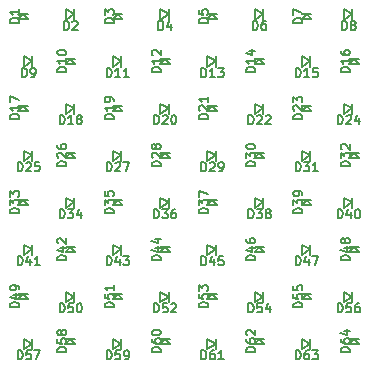
<source format=gto>
G04 (created by PCBNEW (2013-mar-13)-testing) date Tue 16 Sep 2014 11:53:17 AM PDT*
%MOIN*%
G04 Gerber Fmt 3.4, Leading zero omitted, Abs format*
%FSLAX34Y34*%
G01*
G70*
G90*
G04 APERTURE LIST*
%ADD10C,0.005906*%
%ADD11C,0.008000*%
%ADD12C,0.005000*%
G04 APERTURE END LIST*
G54D10*
G54D11*
X31810Y-31610D02*
X31968Y-31610D01*
X31810Y-31610D02*
X31653Y-31610D01*
X31810Y-31767D02*
X31653Y-31767D01*
X31653Y-31767D02*
X31810Y-31610D01*
X31810Y-31610D02*
X31968Y-31767D01*
X31968Y-31767D02*
X31810Y-31767D01*
X28660Y-31610D02*
X28818Y-31610D01*
X28660Y-31610D02*
X28503Y-31610D01*
X28660Y-31767D02*
X28503Y-31767D01*
X28503Y-31767D02*
X28660Y-31610D01*
X28660Y-31610D02*
X28818Y-31767D01*
X28818Y-31767D02*
X28660Y-31767D01*
X25512Y-31610D02*
X25669Y-31610D01*
X25512Y-31610D02*
X25354Y-31610D01*
X25512Y-31767D02*
X25354Y-31767D01*
X25354Y-31767D02*
X25512Y-31610D01*
X25512Y-31610D02*
X25669Y-31767D01*
X25669Y-31767D02*
X25512Y-31767D01*
X22362Y-31610D02*
X22519Y-31610D01*
X22362Y-31610D02*
X22204Y-31610D01*
X22362Y-31767D02*
X22204Y-31767D01*
X22204Y-31767D02*
X22362Y-31610D01*
X22362Y-31610D02*
X22519Y-31767D01*
X22519Y-31767D02*
X22362Y-31767D01*
X30235Y-30120D02*
X30393Y-30120D01*
X30235Y-30120D02*
X30078Y-30120D01*
X30235Y-30277D02*
X30078Y-30277D01*
X30078Y-30277D02*
X30235Y-30120D01*
X30235Y-30120D02*
X30393Y-30277D01*
X30393Y-30277D02*
X30235Y-30277D01*
X27087Y-30120D02*
X27244Y-30120D01*
X27087Y-30120D02*
X26929Y-30120D01*
X27087Y-30277D02*
X26929Y-30277D01*
X26929Y-30277D02*
X27087Y-30120D01*
X27087Y-30120D02*
X27244Y-30277D01*
X27244Y-30277D02*
X27087Y-30277D01*
X23937Y-30120D02*
X24094Y-30120D01*
X23937Y-30120D02*
X23779Y-30120D01*
X23937Y-30277D02*
X23779Y-30277D01*
X23779Y-30277D02*
X23937Y-30120D01*
X23937Y-30120D02*
X24094Y-30277D01*
X24094Y-30277D02*
X23937Y-30277D01*
X20787Y-30120D02*
X20944Y-30120D01*
X20787Y-30120D02*
X20629Y-30120D01*
X20787Y-30277D02*
X20629Y-30277D01*
X20629Y-30277D02*
X20787Y-30120D01*
X20787Y-30120D02*
X20944Y-30277D01*
X20944Y-30277D02*
X20787Y-30277D01*
X31810Y-28552D02*
X31968Y-28552D01*
X31810Y-28552D02*
X31653Y-28552D01*
X31810Y-28709D02*
X31653Y-28709D01*
X31653Y-28709D02*
X31810Y-28552D01*
X31810Y-28552D02*
X31968Y-28709D01*
X31968Y-28709D02*
X31810Y-28709D01*
X28660Y-28552D02*
X28818Y-28552D01*
X28660Y-28552D02*
X28503Y-28552D01*
X28660Y-28709D02*
X28503Y-28709D01*
X28503Y-28709D02*
X28660Y-28552D01*
X28660Y-28552D02*
X28818Y-28709D01*
X28818Y-28709D02*
X28660Y-28709D01*
X25512Y-28552D02*
X25669Y-28552D01*
X25512Y-28552D02*
X25354Y-28552D01*
X25512Y-28709D02*
X25354Y-28709D01*
X25354Y-28709D02*
X25512Y-28552D01*
X25512Y-28552D02*
X25669Y-28709D01*
X25669Y-28709D02*
X25512Y-28709D01*
X22362Y-28552D02*
X22519Y-28552D01*
X22362Y-28552D02*
X22204Y-28552D01*
X22362Y-28709D02*
X22204Y-28709D01*
X22204Y-28709D02*
X22362Y-28552D01*
X22362Y-28552D02*
X22519Y-28709D01*
X22519Y-28709D02*
X22362Y-28709D01*
X30235Y-26983D02*
X30393Y-26983D01*
X30235Y-26983D02*
X30078Y-26983D01*
X30235Y-27140D02*
X30078Y-27140D01*
X30078Y-27140D02*
X30235Y-26983D01*
X30235Y-26983D02*
X30393Y-27140D01*
X30393Y-27140D02*
X30235Y-27140D01*
X27087Y-26983D02*
X27244Y-26983D01*
X27087Y-26983D02*
X26929Y-26983D01*
X27087Y-27140D02*
X26929Y-27140D01*
X26929Y-27140D02*
X27087Y-26983D01*
X27087Y-26983D02*
X27244Y-27140D01*
X27244Y-27140D02*
X27087Y-27140D01*
X23937Y-26983D02*
X24094Y-26983D01*
X23937Y-26983D02*
X23779Y-26983D01*
X23937Y-27140D02*
X23779Y-27140D01*
X23779Y-27140D02*
X23937Y-26983D01*
X23937Y-26983D02*
X24094Y-27140D01*
X24094Y-27140D02*
X23937Y-27140D01*
X20787Y-26983D02*
X20944Y-26983D01*
X20787Y-26983D02*
X20629Y-26983D01*
X20787Y-27140D02*
X20629Y-27140D01*
X20629Y-27140D02*
X20787Y-26983D01*
X20787Y-26983D02*
X20944Y-27140D01*
X20944Y-27140D02*
X20787Y-27140D01*
X31810Y-25414D02*
X31968Y-25414D01*
X31810Y-25414D02*
X31653Y-25414D01*
X31810Y-25571D02*
X31653Y-25571D01*
X31653Y-25571D02*
X31810Y-25414D01*
X31810Y-25414D02*
X31968Y-25571D01*
X31968Y-25571D02*
X31810Y-25571D01*
X28660Y-25414D02*
X28818Y-25414D01*
X28660Y-25414D02*
X28503Y-25414D01*
X28660Y-25571D02*
X28503Y-25571D01*
X28503Y-25571D02*
X28660Y-25414D01*
X28660Y-25414D02*
X28818Y-25571D01*
X28818Y-25571D02*
X28660Y-25571D01*
X25512Y-25414D02*
X25669Y-25414D01*
X25512Y-25414D02*
X25354Y-25414D01*
X25512Y-25571D02*
X25354Y-25571D01*
X25354Y-25571D02*
X25512Y-25414D01*
X25512Y-25414D02*
X25669Y-25571D01*
X25669Y-25571D02*
X25512Y-25571D01*
X22362Y-25414D02*
X22519Y-25414D01*
X22362Y-25414D02*
X22204Y-25414D01*
X22362Y-25571D02*
X22204Y-25571D01*
X22204Y-25571D02*
X22362Y-25414D01*
X22362Y-25414D02*
X22519Y-25571D01*
X22519Y-25571D02*
X22362Y-25571D01*
X30235Y-23846D02*
X30393Y-23846D01*
X30235Y-23846D02*
X30078Y-23846D01*
X30235Y-24003D02*
X30078Y-24003D01*
X30078Y-24003D02*
X30235Y-23846D01*
X30235Y-23846D02*
X30393Y-24003D01*
X30393Y-24003D02*
X30235Y-24003D01*
X27087Y-23846D02*
X27244Y-23846D01*
X27087Y-23846D02*
X26929Y-23846D01*
X27087Y-24003D02*
X26929Y-24003D01*
X26929Y-24003D02*
X27087Y-23846D01*
X27087Y-23846D02*
X27244Y-24003D01*
X27244Y-24003D02*
X27087Y-24003D01*
X23937Y-23846D02*
X24094Y-23846D01*
X23937Y-23846D02*
X23779Y-23846D01*
X23937Y-24003D02*
X23779Y-24003D01*
X23779Y-24003D02*
X23937Y-23846D01*
X23937Y-23846D02*
X24094Y-24003D01*
X24094Y-24003D02*
X23937Y-24003D01*
X20787Y-23846D02*
X20944Y-23846D01*
X20787Y-23846D02*
X20629Y-23846D01*
X20787Y-24003D02*
X20629Y-24003D01*
X20629Y-24003D02*
X20787Y-23846D01*
X20787Y-23846D02*
X20944Y-24003D01*
X20944Y-24003D02*
X20787Y-24003D01*
X31810Y-22277D02*
X31968Y-22277D01*
X31810Y-22277D02*
X31653Y-22277D01*
X31810Y-22434D02*
X31653Y-22434D01*
X31653Y-22434D02*
X31810Y-22277D01*
X31810Y-22277D02*
X31968Y-22434D01*
X31968Y-22434D02*
X31810Y-22434D01*
X28660Y-22277D02*
X28818Y-22277D01*
X28660Y-22277D02*
X28503Y-22277D01*
X28660Y-22434D02*
X28503Y-22434D01*
X28503Y-22434D02*
X28660Y-22277D01*
X28660Y-22277D02*
X28818Y-22434D01*
X28818Y-22434D02*
X28660Y-22434D01*
X25512Y-22277D02*
X25669Y-22277D01*
X25512Y-22277D02*
X25354Y-22277D01*
X25512Y-22434D02*
X25354Y-22434D01*
X25354Y-22434D02*
X25512Y-22277D01*
X25512Y-22277D02*
X25669Y-22434D01*
X25669Y-22434D02*
X25512Y-22434D01*
X22362Y-22277D02*
X22519Y-22277D01*
X22362Y-22277D02*
X22204Y-22277D01*
X22362Y-22434D02*
X22204Y-22434D01*
X22204Y-22434D02*
X22362Y-22277D01*
X22362Y-22277D02*
X22519Y-22434D01*
X22519Y-22434D02*
X22362Y-22434D01*
X30235Y-20787D02*
X30393Y-20787D01*
X30235Y-20787D02*
X30078Y-20787D01*
X30235Y-20944D02*
X30078Y-20944D01*
X30078Y-20944D02*
X30235Y-20787D01*
X30235Y-20787D02*
X30393Y-20944D01*
X30393Y-20944D02*
X30235Y-20944D01*
X27087Y-20787D02*
X27244Y-20787D01*
X27087Y-20787D02*
X26929Y-20787D01*
X27087Y-20944D02*
X26929Y-20944D01*
X26929Y-20944D02*
X27087Y-20787D01*
X27087Y-20787D02*
X27244Y-20944D01*
X27244Y-20944D02*
X27087Y-20944D01*
X23937Y-20787D02*
X24094Y-20787D01*
X23937Y-20787D02*
X23779Y-20787D01*
X23937Y-20944D02*
X23779Y-20944D01*
X23779Y-20944D02*
X23937Y-20787D01*
X23937Y-20787D02*
X24094Y-20944D01*
X24094Y-20944D02*
X23937Y-20944D01*
X20787Y-20787D02*
X20944Y-20787D01*
X20787Y-20787D02*
X20629Y-20787D01*
X20787Y-20944D02*
X20629Y-20944D01*
X20629Y-20944D02*
X20787Y-20787D01*
X20787Y-20787D02*
X20944Y-20944D01*
X20944Y-20944D02*
X20787Y-20944D01*
X22204Y-20629D02*
X22480Y-20787D01*
X22480Y-20787D02*
X22204Y-20983D01*
X22204Y-20787D02*
X22204Y-20983D01*
X22204Y-20787D02*
X22204Y-20629D01*
X22480Y-20629D02*
X22480Y-20983D01*
X25354Y-20629D02*
X25630Y-20787D01*
X25630Y-20787D02*
X25354Y-20983D01*
X25354Y-20787D02*
X25354Y-20983D01*
X25354Y-20787D02*
X25354Y-20629D01*
X25630Y-20629D02*
X25630Y-20983D01*
X28503Y-20629D02*
X28779Y-20787D01*
X28779Y-20787D02*
X28503Y-20983D01*
X28503Y-20787D02*
X28503Y-20983D01*
X28503Y-20787D02*
X28503Y-20629D01*
X28779Y-20629D02*
X28779Y-20983D01*
X31475Y-20629D02*
X31751Y-20787D01*
X31751Y-20787D02*
X31475Y-20983D01*
X31475Y-20787D02*
X31475Y-20983D01*
X31475Y-20787D02*
X31475Y-20629D01*
X31751Y-20629D02*
X31751Y-20983D01*
X20807Y-22198D02*
X21082Y-22355D01*
X21082Y-22355D02*
X20807Y-22552D01*
X20807Y-22355D02*
X20807Y-22552D01*
X20807Y-22355D02*
X20807Y-22198D01*
X21082Y-22198D02*
X21082Y-22552D01*
X23779Y-22198D02*
X24055Y-22355D01*
X24055Y-22355D02*
X23779Y-22552D01*
X23779Y-22355D02*
X23779Y-22552D01*
X23779Y-22355D02*
X23779Y-22198D01*
X24055Y-22198D02*
X24055Y-22552D01*
X26929Y-22198D02*
X27205Y-22355D01*
X27205Y-22355D02*
X26929Y-22552D01*
X26929Y-22355D02*
X26929Y-22552D01*
X26929Y-22355D02*
X26929Y-22198D01*
X27205Y-22198D02*
X27205Y-22552D01*
X30078Y-22198D02*
X30354Y-22355D01*
X30354Y-22355D02*
X30078Y-22552D01*
X30078Y-22355D02*
X30078Y-22552D01*
X30078Y-22355D02*
X30078Y-22198D01*
X30354Y-22198D02*
X30354Y-22552D01*
X22204Y-23767D02*
X22480Y-23925D01*
X22480Y-23925D02*
X22204Y-24121D01*
X22204Y-23925D02*
X22204Y-24121D01*
X22204Y-23925D02*
X22204Y-23767D01*
X22480Y-23767D02*
X22480Y-24121D01*
X25354Y-23767D02*
X25630Y-23925D01*
X25630Y-23925D02*
X25354Y-24121D01*
X25354Y-23925D02*
X25354Y-24121D01*
X25354Y-23925D02*
X25354Y-23767D01*
X25630Y-23767D02*
X25630Y-24121D01*
X28503Y-23767D02*
X28779Y-23925D01*
X28779Y-23925D02*
X28503Y-24121D01*
X28503Y-23925D02*
X28503Y-24121D01*
X28503Y-23925D02*
X28503Y-23767D01*
X28779Y-23767D02*
X28779Y-24121D01*
X31475Y-23767D02*
X31751Y-23925D01*
X31751Y-23925D02*
X31475Y-24121D01*
X31475Y-23925D02*
X31475Y-24121D01*
X31475Y-23925D02*
X31475Y-23767D01*
X31751Y-23767D02*
X31751Y-24121D01*
X20807Y-25335D02*
X21082Y-25492D01*
X21082Y-25492D02*
X20807Y-25689D01*
X20807Y-25492D02*
X20807Y-25689D01*
X20807Y-25492D02*
X20807Y-25335D01*
X21082Y-25335D02*
X21082Y-25689D01*
X23779Y-25335D02*
X24055Y-25492D01*
X24055Y-25492D02*
X23779Y-25689D01*
X23779Y-25492D02*
X23779Y-25689D01*
X23779Y-25492D02*
X23779Y-25335D01*
X24055Y-25335D02*
X24055Y-25689D01*
X26929Y-25335D02*
X27205Y-25492D01*
X27205Y-25492D02*
X26929Y-25689D01*
X26929Y-25492D02*
X26929Y-25689D01*
X26929Y-25492D02*
X26929Y-25335D01*
X27205Y-25335D02*
X27205Y-25689D01*
X30078Y-25335D02*
X30354Y-25492D01*
X30354Y-25492D02*
X30078Y-25689D01*
X30078Y-25492D02*
X30078Y-25689D01*
X30078Y-25492D02*
X30078Y-25335D01*
X30354Y-25335D02*
X30354Y-25689D01*
X22204Y-26904D02*
X22480Y-27062D01*
X22480Y-27062D02*
X22204Y-27258D01*
X22204Y-27062D02*
X22204Y-27258D01*
X22204Y-27062D02*
X22204Y-26904D01*
X22480Y-26904D02*
X22480Y-27258D01*
X25354Y-26904D02*
X25630Y-27062D01*
X25630Y-27062D02*
X25354Y-27258D01*
X25354Y-27062D02*
X25354Y-27258D01*
X25354Y-27062D02*
X25354Y-26904D01*
X25630Y-26904D02*
X25630Y-27258D01*
X28503Y-26904D02*
X28779Y-27062D01*
X28779Y-27062D02*
X28503Y-27258D01*
X28503Y-27062D02*
X28503Y-27258D01*
X28503Y-27062D02*
X28503Y-26904D01*
X28779Y-26904D02*
X28779Y-27258D01*
X31475Y-26904D02*
X31751Y-27062D01*
X31751Y-27062D02*
X31475Y-27258D01*
X31475Y-27062D02*
X31475Y-27258D01*
X31475Y-27062D02*
X31475Y-26904D01*
X31751Y-26904D02*
X31751Y-27258D01*
X20807Y-28473D02*
X21082Y-28630D01*
X21082Y-28630D02*
X20807Y-28827D01*
X20807Y-28630D02*
X20807Y-28827D01*
X20807Y-28630D02*
X20807Y-28473D01*
X21082Y-28473D02*
X21082Y-28827D01*
X23779Y-28473D02*
X24055Y-28630D01*
X24055Y-28630D02*
X23779Y-28827D01*
X23779Y-28630D02*
X23779Y-28827D01*
X23779Y-28630D02*
X23779Y-28473D01*
X24055Y-28473D02*
X24055Y-28827D01*
X26929Y-28473D02*
X27205Y-28630D01*
X27205Y-28630D02*
X26929Y-28827D01*
X26929Y-28630D02*
X26929Y-28827D01*
X26929Y-28630D02*
X26929Y-28473D01*
X27205Y-28473D02*
X27205Y-28827D01*
X30078Y-28473D02*
X30354Y-28630D01*
X30354Y-28630D02*
X30078Y-28827D01*
X30078Y-28630D02*
X30078Y-28827D01*
X30078Y-28630D02*
X30078Y-28473D01*
X30354Y-28473D02*
X30354Y-28827D01*
X22204Y-30041D02*
X22480Y-30199D01*
X22480Y-30199D02*
X22204Y-30395D01*
X22204Y-30199D02*
X22204Y-30395D01*
X22204Y-30199D02*
X22204Y-30041D01*
X22480Y-30041D02*
X22480Y-30395D01*
X25354Y-30041D02*
X25630Y-30199D01*
X25630Y-30199D02*
X25354Y-30395D01*
X25354Y-30199D02*
X25354Y-30395D01*
X25354Y-30199D02*
X25354Y-30041D01*
X25630Y-30041D02*
X25630Y-30395D01*
X28503Y-30041D02*
X28779Y-30199D01*
X28779Y-30199D02*
X28503Y-30395D01*
X28503Y-30199D02*
X28503Y-30395D01*
X28503Y-30199D02*
X28503Y-30041D01*
X28779Y-30041D02*
X28779Y-30395D01*
X31475Y-30041D02*
X31751Y-30199D01*
X31751Y-30199D02*
X31475Y-30395D01*
X31475Y-30199D02*
X31475Y-30395D01*
X31475Y-30199D02*
X31475Y-30041D01*
X31751Y-30041D02*
X31751Y-30395D01*
X20807Y-31610D02*
X21082Y-31767D01*
X21082Y-31767D02*
X20807Y-31964D01*
X20807Y-31767D02*
X20807Y-31964D01*
X20807Y-31767D02*
X20807Y-31610D01*
X21082Y-31610D02*
X21082Y-31964D01*
X23779Y-31610D02*
X24055Y-31767D01*
X24055Y-31767D02*
X23779Y-31964D01*
X23779Y-31767D02*
X23779Y-31964D01*
X23779Y-31767D02*
X23779Y-31610D01*
X24055Y-31610D02*
X24055Y-31964D01*
X26929Y-31610D02*
X27205Y-31767D01*
X27205Y-31767D02*
X26929Y-31964D01*
X26929Y-31767D02*
X26929Y-31964D01*
X26929Y-31767D02*
X26929Y-31610D01*
X27205Y-31610D02*
X27205Y-31964D01*
X30078Y-31610D02*
X30354Y-31767D01*
X30354Y-31767D02*
X30078Y-31964D01*
X30078Y-31767D02*
X30078Y-31964D01*
X30078Y-31767D02*
X30078Y-31610D01*
X30354Y-31610D02*
X30354Y-31964D01*
G54D12*
X31671Y-32053D02*
X31371Y-32053D01*
X31371Y-31982D01*
X31385Y-31939D01*
X31413Y-31910D01*
X31442Y-31896D01*
X31499Y-31882D01*
X31542Y-31882D01*
X31599Y-31896D01*
X31628Y-31910D01*
X31656Y-31939D01*
X31671Y-31982D01*
X31671Y-32053D01*
X31371Y-31624D02*
X31371Y-31682D01*
X31385Y-31710D01*
X31399Y-31724D01*
X31442Y-31753D01*
X31499Y-31767D01*
X31613Y-31767D01*
X31642Y-31753D01*
X31656Y-31739D01*
X31671Y-31710D01*
X31671Y-31653D01*
X31656Y-31624D01*
X31642Y-31610D01*
X31613Y-31596D01*
X31542Y-31596D01*
X31513Y-31610D01*
X31499Y-31624D01*
X31485Y-31653D01*
X31485Y-31710D01*
X31499Y-31739D01*
X31513Y-31753D01*
X31542Y-31767D01*
X31471Y-31339D02*
X31671Y-31339D01*
X31356Y-31410D02*
X31571Y-31482D01*
X31571Y-31296D01*
X28521Y-32053D02*
X28221Y-32053D01*
X28221Y-31982D01*
X28235Y-31939D01*
X28263Y-31910D01*
X28292Y-31896D01*
X28349Y-31882D01*
X28392Y-31882D01*
X28449Y-31896D01*
X28478Y-31910D01*
X28506Y-31939D01*
X28521Y-31982D01*
X28521Y-32053D01*
X28221Y-31624D02*
X28221Y-31682D01*
X28235Y-31710D01*
X28249Y-31724D01*
X28292Y-31753D01*
X28349Y-31767D01*
X28463Y-31767D01*
X28492Y-31753D01*
X28506Y-31739D01*
X28521Y-31710D01*
X28521Y-31653D01*
X28506Y-31624D01*
X28492Y-31610D01*
X28463Y-31596D01*
X28392Y-31596D01*
X28363Y-31610D01*
X28349Y-31624D01*
X28335Y-31653D01*
X28335Y-31710D01*
X28349Y-31739D01*
X28363Y-31753D01*
X28392Y-31767D01*
X28249Y-31482D02*
X28235Y-31467D01*
X28221Y-31439D01*
X28221Y-31367D01*
X28235Y-31339D01*
X28249Y-31324D01*
X28278Y-31310D01*
X28306Y-31310D01*
X28349Y-31324D01*
X28521Y-31496D01*
X28521Y-31310D01*
X25372Y-32053D02*
X25072Y-32053D01*
X25072Y-31982D01*
X25086Y-31939D01*
X25114Y-31910D01*
X25143Y-31896D01*
X25200Y-31882D01*
X25243Y-31882D01*
X25300Y-31896D01*
X25329Y-31910D01*
X25357Y-31939D01*
X25372Y-31982D01*
X25372Y-32053D01*
X25072Y-31624D02*
X25072Y-31682D01*
X25086Y-31710D01*
X25100Y-31724D01*
X25143Y-31753D01*
X25200Y-31767D01*
X25314Y-31767D01*
X25343Y-31753D01*
X25357Y-31739D01*
X25372Y-31710D01*
X25372Y-31653D01*
X25357Y-31624D01*
X25343Y-31610D01*
X25314Y-31596D01*
X25243Y-31596D01*
X25214Y-31610D01*
X25200Y-31624D01*
X25186Y-31653D01*
X25186Y-31710D01*
X25200Y-31739D01*
X25214Y-31753D01*
X25243Y-31767D01*
X25072Y-31410D02*
X25072Y-31382D01*
X25086Y-31353D01*
X25100Y-31339D01*
X25129Y-31324D01*
X25186Y-31310D01*
X25257Y-31310D01*
X25314Y-31324D01*
X25343Y-31339D01*
X25357Y-31353D01*
X25372Y-31382D01*
X25372Y-31410D01*
X25357Y-31439D01*
X25343Y-31453D01*
X25314Y-31467D01*
X25257Y-31482D01*
X25186Y-31482D01*
X25129Y-31467D01*
X25100Y-31453D01*
X25086Y-31439D01*
X25072Y-31410D01*
X22222Y-32053D02*
X21922Y-32053D01*
X21922Y-31982D01*
X21936Y-31939D01*
X21964Y-31910D01*
X21993Y-31896D01*
X22050Y-31882D01*
X22093Y-31882D01*
X22150Y-31896D01*
X22179Y-31910D01*
X22207Y-31939D01*
X22222Y-31982D01*
X22222Y-32053D01*
X21922Y-31610D02*
X21922Y-31753D01*
X22064Y-31767D01*
X22050Y-31753D01*
X22036Y-31724D01*
X22036Y-31653D01*
X22050Y-31624D01*
X22064Y-31610D01*
X22093Y-31596D01*
X22164Y-31596D01*
X22193Y-31610D01*
X22207Y-31624D01*
X22222Y-31653D01*
X22222Y-31724D01*
X22207Y-31753D01*
X22193Y-31767D01*
X22050Y-31424D02*
X22036Y-31453D01*
X22022Y-31467D01*
X21993Y-31482D01*
X21979Y-31482D01*
X21950Y-31467D01*
X21936Y-31453D01*
X21922Y-31424D01*
X21922Y-31367D01*
X21936Y-31339D01*
X21950Y-31324D01*
X21979Y-31310D01*
X21993Y-31310D01*
X22022Y-31324D01*
X22036Y-31339D01*
X22050Y-31367D01*
X22050Y-31424D01*
X22064Y-31453D01*
X22079Y-31467D01*
X22107Y-31482D01*
X22164Y-31482D01*
X22193Y-31467D01*
X22207Y-31453D01*
X22222Y-31424D01*
X22222Y-31367D01*
X22207Y-31339D01*
X22193Y-31324D01*
X22164Y-31310D01*
X22107Y-31310D01*
X22079Y-31324D01*
X22064Y-31339D01*
X22050Y-31367D01*
X30096Y-30563D02*
X29796Y-30563D01*
X29796Y-30491D01*
X29810Y-30449D01*
X29838Y-30420D01*
X29867Y-30406D01*
X29924Y-30391D01*
X29967Y-30391D01*
X30024Y-30406D01*
X30053Y-30420D01*
X30081Y-30449D01*
X30096Y-30491D01*
X30096Y-30563D01*
X29796Y-30120D02*
X29796Y-30263D01*
X29938Y-30277D01*
X29924Y-30263D01*
X29910Y-30234D01*
X29910Y-30163D01*
X29924Y-30134D01*
X29938Y-30120D01*
X29967Y-30106D01*
X30038Y-30106D01*
X30067Y-30120D01*
X30081Y-30134D01*
X30096Y-30163D01*
X30096Y-30234D01*
X30081Y-30263D01*
X30067Y-30277D01*
X29796Y-29834D02*
X29796Y-29977D01*
X29938Y-29991D01*
X29924Y-29977D01*
X29910Y-29949D01*
X29910Y-29877D01*
X29924Y-29849D01*
X29938Y-29834D01*
X29967Y-29820D01*
X30038Y-29820D01*
X30067Y-29834D01*
X30081Y-29849D01*
X30096Y-29877D01*
X30096Y-29949D01*
X30081Y-29977D01*
X30067Y-29991D01*
X26947Y-30563D02*
X26647Y-30563D01*
X26647Y-30491D01*
X26661Y-30449D01*
X26689Y-30420D01*
X26718Y-30406D01*
X26775Y-30391D01*
X26818Y-30391D01*
X26875Y-30406D01*
X26904Y-30420D01*
X26932Y-30449D01*
X26947Y-30491D01*
X26947Y-30563D01*
X26647Y-30120D02*
X26647Y-30263D01*
X26789Y-30277D01*
X26775Y-30263D01*
X26761Y-30234D01*
X26761Y-30163D01*
X26775Y-30134D01*
X26789Y-30120D01*
X26818Y-30106D01*
X26889Y-30106D01*
X26918Y-30120D01*
X26932Y-30134D01*
X26947Y-30163D01*
X26947Y-30234D01*
X26932Y-30263D01*
X26918Y-30277D01*
X26647Y-30006D02*
X26647Y-29820D01*
X26761Y-29920D01*
X26761Y-29877D01*
X26775Y-29849D01*
X26789Y-29834D01*
X26818Y-29820D01*
X26889Y-29820D01*
X26918Y-29834D01*
X26932Y-29849D01*
X26947Y-29877D01*
X26947Y-29963D01*
X26932Y-29991D01*
X26918Y-30006D01*
X23797Y-30563D02*
X23497Y-30563D01*
X23497Y-30491D01*
X23511Y-30449D01*
X23539Y-30420D01*
X23568Y-30406D01*
X23625Y-30391D01*
X23668Y-30391D01*
X23725Y-30406D01*
X23754Y-30420D01*
X23782Y-30449D01*
X23797Y-30491D01*
X23797Y-30563D01*
X23497Y-30120D02*
X23497Y-30263D01*
X23639Y-30277D01*
X23625Y-30263D01*
X23611Y-30234D01*
X23611Y-30163D01*
X23625Y-30134D01*
X23639Y-30120D01*
X23668Y-30106D01*
X23739Y-30106D01*
X23768Y-30120D01*
X23782Y-30134D01*
X23797Y-30163D01*
X23797Y-30234D01*
X23782Y-30263D01*
X23768Y-30277D01*
X23797Y-29820D02*
X23797Y-29991D01*
X23797Y-29906D02*
X23497Y-29906D01*
X23539Y-29934D01*
X23568Y-29963D01*
X23582Y-29991D01*
X20647Y-30563D02*
X20347Y-30563D01*
X20347Y-30491D01*
X20361Y-30449D01*
X20389Y-30420D01*
X20418Y-30406D01*
X20475Y-30391D01*
X20518Y-30391D01*
X20575Y-30406D01*
X20604Y-30420D01*
X20632Y-30449D01*
X20647Y-30491D01*
X20647Y-30563D01*
X20447Y-30134D02*
X20647Y-30134D01*
X20332Y-30206D02*
X20547Y-30277D01*
X20547Y-30091D01*
X20647Y-29963D02*
X20647Y-29906D01*
X20632Y-29877D01*
X20618Y-29863D01*
X20575Y-29834D01*
X20518Y-29820D01*
X20404Y-29820D01*
X20375Y-29834D01*
X20361Y-29849D01*
X20347Y-29877D01*
X20347Y-29934D01*
X20361Y-29963D01*
X20375Y-29977D01*
X20404Y-29991D01*
X20475Y-29991D01*
X20504Y-29977D01*
X20518Y-29963D01*
X20532Y-29934D01*
X20532Y-29877D01*
X20518Y-29849D01*
X20504Y-29834D01*
X20475Y-29820D01*
X31671Y-28995D02*
X31371Y-28995D01*
X31371Y-28923D01*
X31385Y-28880D01*
X31413Y-28852D01*
X31442Y-28838D01*
X31499Y-28823D01*
X31542Y-28823D01*
X31599Y-28838D01*
X31628Y-28852D01*
X31656Y-28880D01*
X31671Y-28923D01*
X31671Y-28995D01*
X31471Y-28566D02*
X31671Y-28566D01*
X31356Y-28638D02*
X31571Y-28709D01*
X31571Y-28523D01*
X31499Y-28366D02*
X31485Y-28395D01*
X31471Y-28409D01*
X31442Y-28423D01*
X31428Y-28423D01*
X31399Y-28409D01*
X31385Y-28395D01*
X31371Y-28366D01*
X31371Y-28309D01*
X31385Y-28280D01*
X31399Y-28266D01*
X31428Y-28252D01*
X31442Y-28252D01*
X31471Y-28266D01*
X31485Y-28280D01*
X31499Y-28309D01*
X31499Y-28366D01*
X31513Y-28395D01*
X31528Y-28409D01*
X31556Y-28423D01*
X31613Y-28423D01*
X31642Y-28409D01*
X31656Y-28395D01*
X31671Y-28366D01*
X31671Y-28309D01*
X31656Y-28280D01*
X31642Y-28266D01*
X31613Y-28252D01*
X31556Y-28252D01*
X31528Y-28266D01*
X31513Y-28280D01*
X31499Y-28309D01*
X28521Y-28995D02*
X28221Y-28995D01*
X28221Y-28923D01*
X28235Y-28880D01*
X28263Y-28852D01*
X28292Y-28838D01*
X28349Y-28823D01*
X28392Y-28823D01*
X28449Y-28838D01*
X28478Y-28852D01*
X28506Y-28880D01*
X28521Y-28923D01*
X28521Y-28995D01*
X28321Y-28566D02*
X28521Y-28566D01*
X28206Y-28638D02*
X28421Y-28709D01*
X28421Y-28523D01*
X28221Y-28280D02*
X28221Y-28338D01*
X28235Y-28366D01*
X28249Y-28380D01*
X28292Y-28409D01*
X28349Y-28423D01*
X28463Y-28423D01*
X28492Y-28409D01*
X28506Y-28395D01*
X28521Y-28366D01*
X28521Y-28309D01*
X28506Y-28280D01*
X28492Y-28266D01*
X28463Y-28252D01*
X28392Y-28252D01*
X28363Y-28266D01*
X28349Y-28280D01*
X28335Y-28309D01*
X28335Y-28366D01*
X28349Y-28395D01*
X28363Y-28409D01*
X28392Y-28423D01*
X25372Y-28995D02*
X25072Y-28995D01*
X25072Y-28923D01*
X25086Y-28880D01*
X25114Y-28852D01*
X25143Y-28838D01*
X25200Y-28823D01*
X25243Y-28823D01*
X25300Y-28838D01*
X25329Y-28852D01*
X25357Y-28880D01*
X25372Y-28923D01*
X25372Y-28995D01*
X25172Y-28566D02*
X25372Y-28566D01*
X25057Y-28638D02*
X25272Y-28709D01*
X25272Y-28523D01*
X25172Y-28280D02*
X25372Y-28280D01*
X25057Y-28352D02*
X25272Y-28423D01*
X25272Y-28238D01*
X22222Y-28995D02*
X21922Y-28995D01*
X21922Y-28923D01*
X21936Y-28880D01*
X21964Y-28852D01*
X21993Y-28838D01*
X22050Y-28823D01*
X22093Y-28823D01*
X22150Y-28838D01*
X22179Y-28852D01*
X22207Y-28880D01*
X22222Y-28923D01*
X22222Y-28995D01*
X22022Y-28566D02*
X22222Y-28566D01*
X21907Y-28638D02*
X22122Y-28709D01*
X22122Y-28523D01*
X21950Y-28423D02*
X21936Y-28409D01*
X21922Y-28380D01*
X21922Y-28309D01*
X21936Y-28280D01*
X21950Y-28266D01*
X21979Y-28252D01*
X22007Y-28252D01*
X22050Y-28266D01*
X22222Y-28438D01*
X22222Y-28252D01*
X30096Y-27426D02*
X29796Y-27426D01*
X29796Y-27354D01*
X29810Y-27312D01*
X29838Y-27283D01*
X29867Y-27269D01*
X29924Y-27254D01*
X29967Y-27254D01*
X30024Y-27269D01*
X30053Y-27283D01*
X30081Y-27312D01*
X30096Y-27354D01*
X30096Y-27426D01*
X29796Y-27154D02*
X29796Y-26969D01*
X29910Y-27069D01*
X29910Y-27026D01*
X29924Y-26997D01*
X29938Y-26983D01*
X29967Y-26969D01*
X30038Y-26969D01*
X30067Y-26983D01*
X30081Y-26997D01*
X30096Y-27026D01*
X30096Y-27112D01*
X30081Y-27140D01*
X30067Y-27154D01*
X30096Y-26826D02*
X30096Y-26769D01*
X30081Y-26740D01*
X30067Y-26726D01*
X30024Y-26697D01*
X29967Y-26683D01*
X29853Y-26683D01*
X29824Y-26697D01*
X29810Y-26712D01*
X29796Y-26740D01*
X29796Y-26797D01*
X29810Y-26826D01*
X29824Y-26840D01*
X29853Y-26854D01*
X29924Y-26854D01*
X29953Y-26840D01*
X29967Y-26826D01*
X29981Y-26797D01*
X29981Y-26740D01*
X29967Y-26712D01*
X29953Y-26697D01*
X29924Y-26683D01*
X26947Y-27426D02*
X26647Y-27426D01*
X26647Y-27354D01*
X26661Y-27312D01*
X26689Y-27283D01*
X26718Y-27269D01*
X26775Y-27254D01*
X26818Y-27254D01*
X26875Y-27269D01*
X26904Y-27283D01*
X26932Y-27312D01*
X26947Y-27354D01*
X26947Y-27426D01*
X26647Y-27154D02*
X26647Y-26969D01*
X26761Y-27069D01*
X26761Y-27026D01*
X26775Y-26997D01*
X26789Y-26983D01*
X26818Y-26969D01*
X26889Y-26969D01*
X26918Y-26983D01*
X26932Y-26997D01*
X26947Y-27026D01*
X26947Y-27112D01*
X26932Y-27140D01*
X26918Y-27154D01*
X26647Y-26869D02*
X26647Y-26669D01*
X26947Y-26797D01*
X23797Y-27426D02*
X23497Y-27426D01*
X23497Y-27354D01*
X23511Y-27312D01*
X23539Y-27283D01*
X23568Y-27269D01*
X23625Y-27254D01*
X23668Y-27254D01*
X23725Y-27269D01*
X23754Y-27283D01*
X23782Y-27312D01*
X23797Y-27354D01*
X23797Y-27426D01*
X23497Y-27154D02*
X23497Y-26969D01*
X23611Y-27069D01*
X23611Y-27026D01*
X23625Y-26997D01*
X23639Y-26983D01*
X23668Y-26969D01*
X23739Y-26969D01*
X23768Y-26983D01*
X23782Y-26997D01*
X23797Y-27026D01*
X23797Y-27112D01*
X23782Y-27140D01*
X23768Y-27154D01*
X23497Y-26697D02*
X23497Y-26840D01*
X23639Y-26854D01*
X23625Y-26840D01*
X23611Y-26812D01*
X23611Y-26740D01*
X23625Y-26712D01*
X23639Y-26697D01*
X23668Y-26683D01*
X23739Y-26683D01*
X23768Y-26697D01*
X23782Y-26712D01*
X23797Y-26740D01*
X23797Y-26812D01*
X23782Y-26840D01*
X23768Y-26854D01*
X20647Y-27426D02*
X20347Y-27426D01*
X20347Y-27354D01*
X20361Y-27312D01*
X20389Y-27283D01*
X20418Y-27269D01*
X20475Y-27254D01*
X20518Y-27254D01*
X20575Y-27269D01*
X20604Y-27283D01*
X20632Y-27312D01*
X20647Y-27354D01*
X20647Y-27426D01*
X20347Y-27154D02*
X20347Y-26969D01*
X20461Y-27069D01*
X20461Y-27026D01*
X20475Y-26997D01*
X20489Y-26983D01*
X20518Y-26969D01*
X20589Y-26969D01*
X20618Y-26983D01*
X20632Y-26997D01*
X20647Y-27026D01*
X20647Y-27112D01*
X20632Y-27140D01*
X20618Y-27154D01*
X20347Y-26869D02*
X20347Y-26683D01*
X20461Y-26783D01*
X20461Y-26740D01*
X20475Y-26712D01*
X20489Y-26697D01*
X20518Y-26683D01*
X20589Y-26683D01*
X20618Y-26697D01*
X20632Y-26712D01*
X20647Y-26740D01*
X20647Y-26826D01*
X20632Y-26854D01*
X20618Y-26869D01*
X31671Y-25857D02*
X31371Y-25857D01*
X31371Y-25785D01*
X31385Y-25742D01*
X31413Y-25714D01*
X31442Y-25700D01*
X31499Y-25685D01*
X31542Y-25685D01*
X31599Y-25700D01*
X31628Y-25714D01*
X31656Y-25742D01*
X31671Y-25785D01*
X31671Y-25857D01*
X31371Y-25585D02*
X31371Y-25400D01*
X31485Y-25500D01*
X31485Y-25457D01*
X31499Y-25428D01*
X31513Y-25414D01*
X31542Y-25400D01*
X31613Y-25400D01*
X31642Y-25414D01*
X31656Y-25428D01*
X31671Y-25457D01*
X31671Y-25542D01*
X31656Y-25571D01*
X31642Y-25585D01*
X31399Y-25285D02*
X31385Y-25271D01*
X31371Y-25242D01*
X31371Y-25171D01*
X31385Y-25142D01*
X31399Y-25128D01*
X31428Y-25114D01*
X31456Y-25114D01*
X31499Y-25128D01*
X31671Y-25300D01*
X31671Y-25114D01*
X28521Y-25857D02*
X28221Y-25857D01*
X28221Y-25785D01*
X28235Y-25742D01*
X28263Y-25714D01*
X28292Y-25700D01*
X28349Y-25685D01*
X28392Y-25685D01*
X28449Y-25700D01*
X28478Y-25714D01*
X28506Y-25742D01*
X28521Y-25785D01*
X28521Y-25857D01*
X28221Y-25585D02*
X28221Y-25400D01*
X28335Y-25500D01*
X28335Y-25457D01*
X28349Y-25428D01*
X28363Y-25414D01*
X28392Y-25400D01*
X28463Y-25400D01*
X28492Y-25414D01*
X28506Y-25428D01*
X28521Y-25457D01*
X28521Y-25542D01*
X28506Y-25571D01*
X28492Y-25585D01*
X28221Y-25214D02*
X28221Y-25185D01*
X28235Y-25157D01*
X28249Y-25142D01*
X28278Y-25128D01*
X28335Y-25114D01*
X28406Y-25114D01*
X28463Y-25128D01*
X28492Y-25142D01*
X28506Y-25157D01*
X28521Y-25185D01*
X28521Y-25214D01*
X28506Y-25242D01*
X28492Y-25257D01*
X28463Y-25271D01*
X28406Y-25285D01*
X28335Y-25285D01*
X28278Y-25271D01*
X28249Y-25257D01*
X28235Y-25242D01*
X28221Y-25214D01*
X25372Y-25857D02*
X25072Y-25857D01*
X25072Y-25785D01*
X25086Y-25742D01*
X25114Y-25714D01*
X25143Y-25700D01*
X25200Y-25685D01*
X25243Y-25685D01*
X25300Y-25700D01*
X25329Y-25714D01*
X25357Y-25742D01*
X25372Y-25785D01*
X25372Y-25857D01*
X25100Y-25571D02*
X25086Y-25557D01*
X25072Y-25528D01*
X25072Y-25457D01*
X25086Y-25428D01*
X25100Y-25414D01*
X25129Y-25400D01*
X25157Y-25400D01*
X25200Y-25414D01*
X25372Y-25585D01*
X25372Y-25400D01*
X25200Y-25228D02*
X25186Y-25257D01*
X25172Y-25271D01*
X25143Y-25285D01*
X25129Y-25285D01*
X25100Y-25271D01*
X25086Y-25257D01*
X25072Y-25228D01*
X25072Y-25171D01*
X25086Y-25142D01*
X25100Y-25128D01*
X25129Y-25114D01*
X25143Y-25114D01*
X25172Y-25128D01*
X25186Y-25142D01*
X25200Y-25171D01*
X25200Y-25228D01*
X25214Y-25257D01*
X25229Y-25271D01*
X25257Y-25285D01*
X25314Y-25285D01*
X25343Y-25271D01*
X25357Y-25257D01*
X25372Y-25228D01*
X25372Y-25171D01*
X25357Y-25142D01*
X25343Y-25128D01*
X25314Y-25114D01*
X25257Y-25114D01*
X25229Y-25128D01*
X25214Y-25142D01*
X25200Y-25171D01*
X22222Y-25857D02*
X21922Y-25857D01*
X21922Y-25785D01*
X21936Y-25742D01*
X21964Y-25714D01*
X21993Y-25700D01*
X22050Y-25685D01*
X22093Y-25685D01*
X22150Y-25700D01*
X22179Y-25714D01*
X22207Y-25742D01*
X22222Y-25785D01*
X22222Y-25857D01*
X21950Y-25571D02*
X21936Y-25557D01*
X21922Y-25528D01*
X21922Y-25457D01*
X21936Y-25428D01*
X21950Y-25414D01*
X21979Y-25400D01*
X22007Y-25400D01*
X22050Y-25414D01*
X22222Y-25585D01*
X22222Y-25400D01*
X21922Y-25142D02*
X21922Y-25200D01*
X21936Y-25228D01*
X21950Y-25242D01*
X21993Y-25271D01*
X22050Y-25285D01*
X22164Y-25285D01*
X22193Y-25271D01*
X22207Y-25257D01*
X22222Y-25228D01*
X22222Y-25171D01*
X22207Y-25142D01*
X22193Y-25128D01*
X22164Y-25114D01*
X22093Y-25114D01*
X22064Y-25128D01*
X22050Y-25142D01*
X22036Y-25171D01*
X22036Y-25228D01*
X22050Y-25257D01*
X22064Y-25271D01*
X22093Y-25285D01*
X30096Y-24289D02*
X29796Y-24289D01*
X29796Y-24217D01*
X29810Y-24175D01*
X29838Y-24146D01*
X29867Y-24132D01*
X29924Y-24117D01*
X29967Y-24117D01*
X30024Y-24132D01*
X30053Y-24146D01*
X30081Y-24175D01*
X30096Y-24217D01*
X30096Y-24289D01*
X29824Y-24003D02*
X29810Y-23989D01*
X29796Y-23960D01*
X29796Y-23889D01*
X29810Y-23860D01*
X29824Y-23846D01*
X29853Y-23832D01*
X29881Y-23832D01*
X29924Y-23846D01*
X30096Y-24017D01*
X30096Y-23832D01*
X29796Y-23732D02*
X29796Y-23546D01*
X29910Y-23646D01*
X29910Y-23603D01*
X29924Y-23575D01*
X29938Y-23560D01*
X29967Y-23546D01*
X30038Y-23546D01*
X30067Y-23560D01*
X30081Y-23575D01*
X30096Y-23603D01*
X30096Y-23689D01*
X30081Y-23717D01*
X30067Y-23732D01*
X26947Y-24289D02*
X26647Y-24289D01*
X26647Y-24217D01*
X26661Y-24175D01*
X26689Y-24146D01*
X26718Y-24132D01*
X26775Y-24117D01*
X26818Y-24117D01*
X26875Y-24132D01*
X26904Y-24146D01*
X26932Y-24175D01*
X26947Y-24217D01*
X26947Y-24289D01*
X26675Y-24003D02*
X26661Y-23989D01*
X26647Y-23960D01*
X26647Y-23889D01*
X26661Y-23860D01*
X26675Y-23846D01*
X26704Y-23832D01*
X26732Y-23832D01*
X26775Y-23846D01*
X26947Y-24017D01*
X26947Y-23832D01*
X26947Y-23546D02*
X26947Y-23717D01*
X26947Y-23632D02*
X26647Y-23632D01*
X26689Y-23660D01*
X26718Y-23689D01*
X26732Y-23717D01*
X23797Y-24289D02*
X23497Y-24289D01*
X23497Y-24217D01*
X23511Y-24175D01*
X23539Y-24146D01*
X23568Y-24132D01*
X23625Y-24117D01*
X23668Y-24117D01*
X23725Y-24132D01*
X23754Y-24146D01*
X23782Y-24175D01*
X23797Y-24217D01*
X23797Y-24289D01*
X23797Y-23832D02*
X23797Y-24003D01*
X23797Y-23917D02*
X23497Y-23917D01*
X23539Y-23946D01*
X23568Y-23975D01*
X23582Y-24003D01*
X23797Y-23689D02*
X23797Y-23632D01*
X23782Y-23603D01*
X23768Y-23589D01*
X23725Y-23560D01*
X23668Y-23546D01*
X23554Y-23546D01*
X23525Y-23560D01*
X23511Y-23575D01*
X23497Y-23603D01*
X23497Y-23660D01*
X23511Y-23689D01*
X23525Y-23703D01*
X23554Y-23717D01*
X23625Y-23717D01*
X23654Y-23703D01*
X23668Y-23689D01*
X23682Y-23660D01*
X23682Y-23603D01*
X23668Y-23575D01*
X23654Y-23560D01*
X23625Y-23546D01*
X20647Y-24289D02*
X20347Y-24289D01*
X20347Y-24217D01*
X20361Y-24175D01*
X20389Y-24146D01*
X20418Y-24132D01*
X20475Y-24117D01*
X20518Y-24117D01*
X20575Y-24132D01*
X20604Y-24146D01*
X20632Y-24175D01*
X20647Y-24217D01*
X20647Y-24289D01*
X20647Y-23832D02*
X20647Y-24003D01*
X20647Y-23917D02*
X20347Y-23917D01*
X20389Y-23946D01*
X20418Y-23975D01*
X20432Y-24003D01*
X20347Y-23732D02*
X20347Y-23532D01*
X20647Y-23660D01*
X31671Y-22720D02*
X31371Y-22720D01*
X31371Y-22648D01*
X31385Y-22605D01*
X31413Y-22577D01*
X31442Y-22563D01*
X31499Y-22548D01*
X31542Y-22548D01*
X31599Y-22563D01*
X31628Y-22577D01*
X31656Y-22605D01*
X31671Y-22648D01*
X31671Y-22720D01*
X31671Y-22263D02*
X31671Y-22434D01*
X31671Y-22348D02*
X31371Y-22348D01*
X31413Y-22377D01*
X31442Y-22405D01*
X31456Y-22434D01*
X31371Y-22005D02*
X31371Y-22063D01*
X31385Y-22091D01*
X31399Y-22105D01*
X31442Y-22134D01*
X31499Y-22148D01*
X31613Y-22148D01*
X31642Y-22134D01*
X31656Y-22120D01*
X31671Y-22091D01*
X31671Y-22034D01*
X31656Y-22005D01*
X31642Y-21991D01*
X31613Y-21977D01*
X31542Y-21977D01*
X31513Y-21991D01*
X31499Y-22005D01*
X31485Y-22034D01*
X31485Y-22091D01*
X31499Y-22120D01*
X31513Y-22134D01*
X31542Y-22148D01*
X28521Y-22720D02*
X28221Y-22720D01*
X28221Y-22648D01*
X28235Y-22605D01*
X28263Y-22577D01*
X28292Y-22563D01*
X28349Y-22548D01*
X28392Y-22548D01*
X28449Y-22563D01*
X28478Y-22577D01*
X28506Y-22605D01*
X28521Y-22648D01*
X28521Y-22720D01*
X28521Y-22263D02*
X28521Y-22434D01*
X28521Y-22348D02*
X28221Y-22348D01*
X28263Y-22377D01*
X28292Y-22405D01*
X28306Y-22434D01*
X28321Y-22005D02*
X28521Y-22005D01*
X28206Y-22077D02*
X28421Y-22148D01*
X28421Y-21963D01*
X25372Y-22720D02*
X25072Y-22720D01*
X25072Y-22648D01*
X25086Y-22605D01*
X25114Y-22577D01*
X25143Y-22563D01*
X25200Y-22548D01*
X25243Y-22548D01*
X25300Y-22563D01*
X25329Y-22577D01*
X25357Y-22605D01*
X25372Y-22648D01*
X25372Y-22720D01*
X25372Y-22263D02*
X25372Y-22434D01*
X25372Y-22348D02*
X25072Y-22348D01*
X25114Y-22377D01*
X25143Y-22405D01*
X25157Y-22434D01*
X25100Y-22148D02*
X25086Y-22134D01*
X25072Y-22105D01*
X25072Y-22034D01*
X25086Y-22005D01*
X25100Y-21991D01*
X25129Y-21977D01*
X25157Y-21977D01*
X25200Y-21991D01*
X25372Y-22163D01*
X25372Y-21977D01*
X22222Y-22720D02*
X21922Y-22720D01*
X21922Y-22648D01*
X21936Y-22605D01*
X21964Y-22577D01*
X21993Y-22563D01*
X22050Y-22548D01*
X22093Y-22548D01*
X22150Y-22563D01*
X22179Y-22577D01*
X22207Y-22605D01*
X22222Y-22648D01*
X22222Y-22720D01*
X22222Y-22263D02*
X22222Y-22434D01*
X22222Y-22348D02*
X21922Y-22348D01*
X21964Y-22377D01*
X21993Y-22405D01*
X22007Y-22434D01*
X21922Y-22077D02*
X21922Y-22048D01*
X21936Y-22020D01*
X21950Y-22005D01*
X21979Y-21991D01*
X22036Y-21977D01*
X22107Y-21977D01*
X22164Y-21991D01*
X22193Y-22005D01*
X22207Y-22020D01*
X22222Y-22048D01*
X22222Y-22077D01*
X22207Y-22105D01*
X22193Y-22120D01*
X22164Y-22134D01*
X22107Y-22148D01*
X22036Y-22148D01*
X21979Y-22134D01*
X21950Y-22120D01*
X21936Y-22105D01*
X21922Y-22077D01*
X30096Y-21087D02*
X29796Y-21087D01*
X29796Y-21015D01*
X29810Y-20972D01*
X29838Y-20944D01*
X29867Y-20930D01*
X29924Y-20915D01*
X29967Y-20915D01*
X30024Y-20930D01*
X30053Y-20944D01*
X30081Y-20972D01*
X30096Y-21015D01*
X30096Y-21087D01*
X29796Y-20815D02*
X29796Y-20615D01*
X30096Y-20744D01*
X26947Y-21087D02*
X26647Y-21087D01*
X26647Y-21015D01*
X26661Y-20972D01*
X26689Y-20944D01*
X26718Y-20930D01*
X26775Y-20915D01*
X26818Y-20915D01*
X26875Y-20930D01*
X26904Y-20944D01*
X26932Y-20972D01*
X26947Y-21015D01*
X26947Y-21087D01*
X26647Y-20644D02*
X26647Y-20787D01*
X26789Y-20801D01*
X26775Y-20787D01*
X26761Y-20758D01*
X26761Y-20687D01*
X26775Y-20658D01*
X26789Y-20644D01*
X26818Y-20630D01*
X26889Y-20630D01*
X26918Y-20644D01*
X26932Y-20658D01*
X26947Y-20687D01*
X26947Y-20758D01*
X26932Y-20787D01*
X26918Y-20801D01*
X23797Y-21087D02*
X23497Y-21087D01*
X23497Y-21015D01*
X23511Y-20972D01*
X23539Y-20944D01*
X23568Y-20930D01*
X23625Y-20915D01*
X23668Y-20915D01*
X23725Y-20930D01*
X23754Y-20944D01*
X23782Y-20972D01*
X23797Y-21015D01*
X23797Y-21087D01*
X23497Y-20815D02*
X23497Y-20630D01*
X23611Y-20730D01*
X23611Y-20687D01*
X23625Y-20658D01*
X23639Y-20644D01*
X23668Y-20630D01*
X23739Y-20630D01*
X23768Y-20644D01*
X23782Y-20658D01*
X23797Y-20687D01*
X23797Y-20772D01*
X23782Y-20801D01*
X23768Y-20815D01*
X20647Y-21087D02*
X20347Y-21087D01*
X20347Y-21015D01*
X20361Y-20972D01*
X20389Y-20944D01*
X20418Y-20930D01*
X20475Y-20915D01*
X20518Y-20915D01*
X20575Y-20930D01*
X20604Y-20944D01*
X20632Y-20972D01*
X20647Y-21015D01*
X20647Y-21087D01*
X20647Y-20630D02*
X20647Y-20801D01*
X20647Y-20715D02*
X20347Y-20715D01*
X20389Y-20744D01*
X20418Y-20772D01*
X20432Y-20801D01*
X22140Y-21316D02*
X22140Y-21016D01*
X22212Y-21016D01*
X22254Y-21030D01*
X22283Y-21059D01*
X22297Y-21087D01*
X22312Y-21144D01*
X22312Y-21187D01*
X22297Y-21244D01*
X22283Y-21273D01*
X22254Y-21302D01*
X22212Y-21316D01*
X22140Y-21316D01*
X22426Y-21044D02*
X22440Y-21030D01*
X22469Y-21016D01*
X22540Y-21016D01*
X22569Y-21030D01*
X22583Y-21044D01*
X22597Y-21073D01*
X22597Y-21102D01*
X22583Y-21144D01*
X22412Y-21316D01*
X22597Y-21316D01*
X25290Y-21316D02*
X25290Y-21016D01*
X25362Y-21016D01*
X25404Y-21030D01*
X25433Y-21059D01*
X25447Y-21087D01*
X25462Y-21144D01*
X25462Y-21187D01*
X25447Y-21244D01*
X25433Y-21273D01*
X25404Y-21302D01*
X25362Y-21316D01*
X25290Y-21316D01*
X25719Y-21116D02*
X25719Y-21316D01*
X25647Y-21002D02*
X25576Y-21216D01*
X25762Y-21216D01*
X28439Y-21316D02*
X28439Y-21016D01*
X28510Y-21016D01*
X28553Y-21030D01*
X28582Y-21059D01*
X28596Y-21087D01*
X28610Y-21144D01*
X28610Y-21187D01*
X28596Y-21244D01*
X28582Y-21273D01*
X28553Y-21302D01*
X28510Y-21316D01*
X28439Y-21316D01*
X28868Y-21016D02*
X28810Y-21016D01*
X28782Y-21030D01*
X28768Y-21044D01*
X28739Y-21087D01*
X28725Y-21144D01*
X28725Y-21259D01*
X28739Y-21287D01*
X28753Y-21302D01*
X28782Y-21316D01*
X28839Y-21316D01*
X28868Y-21302D01*
X28882Y-21287D01*
X28896Y-21259D01*
X28896Y-21187D01*
X28882Y-21159D01*
X28868Y-21144D01*
X28839Y-21130D01*
X28782Y-21130D01*
X28753Y-21144D01*
X28739Y-21159D01*
X28725Y-21187D01*
X31411Y-21316D02*
X31411Y-21016D01*
X31483Y-21016D01*
X31526Y-21030D01*
X31554Y-21059D01*
X31569Y-21087D01*
X31583Y-21144D01*
X31583Y-21187D01*
X31569Y-21244D01*
X31554Y-21273D01*
X31526Y-21302D01*
X31483Y-21316D01*
X31411Y-21316D01*
X31754Y-21144D02*
X31726Y-21130D01*
X31711Y-21116D01*
X31697Y-21087D01*
X31697Y-21073D01*
X31711Y-21044D01*
X31726Y-21030D01*
X31754Y-21016D01*
X31811Y-21016D01*
X31840Y-21030D01*
X31854Y-21044D01*
X31869Y-21073D01*
X31869Y-21087D01*
X31854Y-21116D01*
X31840Y-21130D01*
X31811Y-21144D01*
X31754Y-21144D01*
X31726Y-21159D01*
X31711Y-21173D01*
X31697Y-21202D01*
X31697Y-21259D01*
X31711Y-21287D01*
X31726Y-21302D01*
X31754Y-21316D01*
X31811Y-21316D01*
X31840Y-21302D01*
X31854Y-21287D01*
X31869Y-21259D01*
X31869Y-21202D01*
X31854Y-21173D01*
X31840Y-21159D01*
X31811Y-21144D01*
X20743Y-22885D02*
X20743Y-22585D01*
X20814Y-22585D01*
X20857Y-22599D01*
X20885Y-22628D01*
X20900Y-22656D01*
X20914Y-22713D01*
X20914Y-22756D01*
X20900Y-22813D01*
X20885Y-22842D01*
X20857Y-22871D01*
X20814Y-22885D01*
X20743Y-22885D01*
X21057Y-22885D02*
X21114Y-22885D01*
X21143Y-22871D01*
X21157Y-22856D01*
X21185Y-22813D01*
X21200Y-22756D01*
X21200Y-22642D01*
X21185Y-22613D01*
X21171Y-22599D01*
X21143Y-22585D01*
X21085Y-22585D01*
X21057Y-22599D01*
X21043Y-22613D01*
X21028Y-22642D01*
X21028Y-22713D01*
X21043Y-22742D01*
X21057Y-22756D01*
X21085Y-22771D01*
X21143Y-22771D01*
X21171Y-22756D01*
X21185Y-22742D01*
X21200Y-22713D01*
X23572Y-22885D02*
X23572Y-22585D01*
X23644Y-22585D01*
X23687Y-22599D01*
X23715Y-22628D01*
X23729Y-22656D01*
X23744Y-22713D01*
X23744Y-22756D01*
X23729Y-22813D01*
X23715Y-22842D01*
X23687Y-22871D01*
X23644Y-22885D01*
X23572Y-22885D01*
X24029Y-22885D02*
X23858Y-22885D01*
X23944Y-22885D02*
X23944Y-22585D01*
X23915Y-22628D01*
X23887Y-22656D01*
X23858Y-22671D01*
X24315Y-22885D02*
X24144Y-22885D01*
X24229Y-22885D02*
X24229Y-22585D01*
X24201Y-22628D01*
X24172Y-22656D01*
X24144Y-22671D01*
X26722Y-22885D02*
X26722Y-22585D01*
X26794Y-22585D01*
X26837Y-22599D01*
X26865Y-22628D01*
X26879Y-22656D01*
X26894Y-22713D01*
X26894Y-22756D01*
X26879Y-22813D01*
X26865Y-22842D01*
X26837Y-22871D01*
X26794Y-22885D01*
X26722Y-22885D01*
X27179Y-22885D02*
X27008Y-22885D01*
X27094Y-22885D02*
X27094Y-22585D01*
X27065Y-22628D01*
X27037Y-22656D01*
X27008Y-22671D01*
X27279Y-22585D02*
X27465Y-22585D01*
X27365Y-22699D01*
X27408Y-22699D01*
X27437Y-22713D01*
X27451Y-22728D01*
X27465Y-22756D01*
X27465Y-22828D01*
X27451Y-22856D01*
X27437Y-22871D01*
X27408Y-22885D01*
X27322Y-22885D01*
X27294Y-22871D01*
X27279Y-22856D01*
X29871Y-22885D02*
X29871Y-22585D01*
X29943Y-22585D01*
X29985Y-22599D01*
X30014Y-22628D01*
X30028Y-22656D01*
X30043Y-22713D01*
X30043Y-22756D01*
X30028Y-22813D01*
X30014Y-22842D01*
X29985Y-22871D01*
X29943Y-22885D01*
X29871Y-22885D01*
X30328Y-22885D02*
X30157Y-22885D01*
X30243Y-22885D02*
X30243Y-22585D01*
X30214Y-22628D01*
X30185Y-22656D01*
X30157Y-22671D01*
X30600Y-22585D02*
X30457Y-22585D01*
X30443Y-22728D01*
X30457Y-22713D01*
X30485Y-22699D01*
X30557Y-22699D01*
X30585Y-22713D01*
X30600Y-22728D01*
X30614Y-22756D01*
X30614Y-22828D01*
X30600Y-22856D01*
X30585Y-22871D01*
X30557Y-22885D01*
X30485Y-22885D01*
X30457Y-22871D01*
X30443Y-22856D01*
X21997Y-24454D02*
X21997Y-24154D01*
X22069Y-24154D01*
X22112Y-24168D01*
X22140Y-24197D01*
X22154Y-24225D01*
X22169Y-24282D01*
X22169Y-24325D01*
X22154Y-24382D01*
X22140Y-24411D01*
X22112Y-24440D01*
X22069Y-24454D01*
X21997Y-24454D01*
X22454Y-24454D02*
X22283Y-24454D01*
X22369Y-24454D02*
X22369Y-24154D01*
X22340Y-24197D01*
X22312Y-24225D01*
X22283Y-24240D01*
X22626Y-24282D02*
X22597Y-24268D01*
X22583Y-24254D01*
X22569Y-24225D01*
X22569Y-24211D01*
X22583Y-24182D01*
X22597Y-24168D01*
X22626Y-24154D01*
X22683Y-24154D01*
X22712Y-24168D01*
X22726Y-24182D01*
X22740Y-24211D01*
X22740Y-24225D01*
X22726Y-24254D01*
X22712Y-24268D01*
X22683Y-24282D01*
X22626Y-24282D01*
X22597Y-24297D01*
X22583Y-24311D01*
X22569Y-24340D01*
X22569Y-24397D01*
X22583Y-24425D01*
X22597Y-24440D01*
X22626Y-24454D01*
X22683Y-24454D01*
X22712Y-24440D01*
X22726Y-24425D01*
X22740Y-24397D01*
X22740Y-24340D01*
X22726Y-24311D01*
X22712Y-24297D01*
X22683Y-24282D01*
X25147Y-24454D02*
X25147Y-24154D01*
X25219Y-24154D01*
X25262Y-24168D01*
X25290Y-24197D01*
X25304Y-24225D01*
X25319Y-24282D01*
X25319Y-24325D01*
X25304Y-24382D01*
X25290Y-24411D01*
X25262Y-24440D01*
X25219Y-24454D01*
X25147Y-24454D01*
X25433Y-24182D02*
X25447Y-24168D01*
X25476Y-24154D01*
X25547Y-24154D01*
X25576Y-24168D01*
X25590Y-24182D01*
X25604Y-24211D01*
X25604Y-24240D01*
X25590Y-24282D01*
X25419Y-24454D01*
X25604Y-24454D01*
X25790Y-24154D02*
X25819Y-24154D01*
X25847Y-24168D01*
X25862Y-24182D01*
X25876Y-24211D01*
X25890Y-24268D01*
X25890Y-24340D01*
X25876Y-24397D01*
X25862Y-24425D01*
X25847Y-24440D01*
X25819Y-24454D01*
X25790Y-24454D01*
X25762Y-24440D01*
X25747Y-24425D01*
X25733Y-24397D01*
X25719Y-24340D01*
X25719Y-24268D01*
X25733Y-24211D01*
X25747Y-24182D01*
X25762Y-24168D01*
X25790Y-24154D01*
X28296Y-24454D02*
X28296Y-24154D01*
X28368Y-24154D01*
X28410Y-24168D01*
X28439Y-24197D01*
X28453Y-24225D01*
X28468Y-24282D01*
X28468Y-24325D01*
X28453Y-24382D01*
X28439Y-24411D01*
X28410Y-24440D01*
X28368Y-24454D01*
X28296Y-24454D01*
X28582Y-24182D02*
X28596Y-24168D01*
X28625Y-24154D01*
X28696Y-24154D01*
X28725Y-24168D01*
X28739Y-24182D01*
X28753Y-24211D01*
X28753Y-24240D01*
X28739Y-24282D01*
X28568Y-24454D01*
X28753Y-24454D01*
X28868Y-24182D02*
X28882Y-24168D01*
X28910Y-24154D01*
X28982Y-24154D01*
X29010Y-24168D01*
X29025Y-24182D01*
X29039Y-24211D01*
X29039Y-24240D01*
X29025Y-24282D01*
X28853Y-24454D01*
X29039Y-24454D01*
X31269Y-24454D02*
X31269Y-24154D01*
X31340Y-24154D01*
X31383Y-24168D01*
X31411Y-24197D01*
X31426Y-24225D01*
X31440Y-24282D01*
X31440Y-24325D01*
X31426Y-24382D01*
X31411Y-24411D01*
X31383Y-24440D01*
X31340Y-24454D01*
X31269Y-24454D01*
X31554Y-24182D02*
X31569Y-24168D01*
X31597Y-24154D01*
X31669Y-24154D01*
X31697Y-24168D01*
X31711Y-24182D01*
X31726Y-24211D01*
X31726Y-24240D01*
X31711Y-24282D01*
X31540Y-24454D01*
X31726Y-24454D01*
X31983Y-24254D02*
X31983Y-24454D01*
X31911Y-24140D02*
X31840Y-24354D01*
X32026Y-24354D01*
X20600Y-26022D02*
X20600Y-25722D01*
X20671Y-25722D01*
X20714Y-25736D01*
X20743Y-25765D01*
X20757Y-25793D01*
X20771Y-25850D01*
X20771Y-25893D01*
X20757Y-25950D01*
X20743Y-25979D01*
X20714Y-26008D01*
X20671Y-26022D01*
X20600Y-26022D01*
X20885Y-25750D02*
X20900Y-25736D01*
X20928Y-25722D01*
X21000Y-25722D01*
X21028Y-25736D01*
X21043Y-25750D01*
X21057Y-25779D01*
X21057Y-25808D01*
X21043Y-25850D01*
X20871Y-26022D01*
X21057Y-26022D01*
X21328Y-25722D02*
X21185Y-25722D01*
X21171Y-25865D01*
X21185Y-25850D01*
X21214Y-25836D01*
X21285Y-25836D01*
X21314Y-25850D01*
X21328Y-25865D01*
X21343Y-25893D01*
X21343Y-25965D01*
X21328Y-25993D01*
X21314Y-26008D01*
X21285Y-26022D01*
X21214Y-26022D01*
X21185Y-26008D01*
X21171Y-25993D01*
X23572Y-26022D02*
X23572Y-25722D01*
X23644Y-25722D01*
X23687Y-25736D01*
X23715Y-25765D01*
X23729Y-25793D01*
X23744Y-25850D01*
X23744Y-25893D01*
X23729Y-25950D01*
X23715Y-25979D01*
X23687Y-26008D01*
X23644Y-26022D01*
X23572Y-26022D01*
X23858Y-25750D02*
X23872Y-25736D01*
X23901Y-25722D01*
X23972Y-25722D01*
X24001Y-25736D01*
X24015Y-25750D01*
X24029Y-25779D01*
X24029Y-25808D01*
X24015Y-25850D01*
X23844Y-26022D01*
X24029Y-26022D01*
X24129Y-25722D02*
X24329Y-25722D01*
X24201Y-26022D01*
X26722Y-26022D02*
X26722Y-25722D01*
X26794Y-25722D01*
X26837Y-25736D01*
X26865Y-25765D01*
X26879Y-25793D01*
X26894Y-25850D01*
X26894Y-25893D01*
X26879Y-25950D01*
X26865Y-25979D01*
X26837Y-26008D01*
X26794Y-26022D01*
X26722Y-26022D01*
X27008Y-25750D02*
X27022Y-25736D01*
X27051Y-25722D01*
X27122Y-25722D01*
X27151Y-25736D01*
X27165Y-25750D01*
X27179Y-25779D01*
X27179Y-25808D01*
X27165Y-25850D01*
X26994Y-26022D01*
X27179Y-26022D01*
X27322Y-26022D02*
X27379Y-26022D01*
X27408Y-26008D01*
X27422Y-25993D01*
X27451Y-25950D01*
X27465Y-25893D01*
X27465Y-25779D01*
X27451Y-25750D01*
X27437Y-25736D01*
X27408Y-25722D01*
X27351Y-25722D01*
X27322Y-25736D01*
X27308Y-25750D01*
X27294Y-25779D01*
X27294Y-25850D01*
X27308Y-25879D01*
X27322Y-25893D01*
X27351Y-25908D01*
X27408Y-25908D01*
X27437Y-25893D01*
X27451Y-25879D01*
X27465Y-25850D01*
X29871Y-26022D02*
X29871Y-25722D01*
X29943Y-25722D01*
X29985Y-25736D01*
X30014Y-25765D01*
X30028Y-25793D01*
X30043Y-25850D01*
X30043Y-25893D01*
X30028Y-25950D01*
X30014Y-25979D01*
X29985Y-26008D01*
X29943Y-26022D01*
X29871Y-26022D01*
X30143Y-25722D02*
X30328Y-25722D01*
X30228Y-25836D01*
X30271Y-25836D01*
X30300Y-25850D01*
X30314Y-25865D01*
X30328Y-25893D01*
X30328Y-25965D01*
X30314Y-25993D01*
X30300Y-26008D01*
X30271Y-26022D01*
X30185Y-26022D01*
X30157Y-26008D01*
X30143Y-25993D01*
X30614Y-26022D02*
X30443Y-26022D01*
X30528Y-26022D02*
X30528Y-25722D01*
X30500Y-25765D01*
X30471Y-25793D01*
X30443Y-25808D01*
X21997Y-27591D02*
X21997Y-27291D01*
X22069Y-27291D01*
X22112Y-27305D01*
X22140Y-27334D01*
X22154Y-27362D01*
X22169Y-27419D01*
X22169Y-27462D01*
X22154Y-27519D01*
X22140Y-27548D01*
X22112Y-27577D01*
X22069Y-27591D01*
X21997Y-27591D01*
X22269Y-27291D02*
X22454Y-27291D01*
X22354Y-27405D01*
X22397Y-27405D01*
X22426Y-27419D01*
X22440Y-27434D01*
X22454Y-27462D01*
X22454Y-27534D01*
X22440Y-27562D01*
X22426Y-27577D01*
X22397Y-27591D01*
X22312Y-27591D01*
X22283Y-27577D01*
X22269Y-27562D01*
X22712Y-27391D02*
X22712Y-27591D01*
X22640Y-27277D02*
X22569Y-27491D01*
X22754Y-27491D01*
X25147Y-27591D02*
X25147Y-27291D01*
X25219Y-27291D01*
X25262Y-27305D01*
X25290Y-27334D01*
X25304Y-27362D01*
X25319Y-27419D01*
X25319Y-27462D01*
X25304Y-27519D01*
X25290Y-27548D01*
X25262Y-27577D01*
X25219Y-27591D01*
X25147Y-27591D01*
X25419Y-27291D02*
X25604Y-27291D01*
X25504Y-27405D01*
X25547Y-27405D01*
X25576Y-27419D01*
X25590Y-27434D01*
X25604Y-27462D01*
X25604Y-27534D01*
X25590Y-27562D01*
X25576Y-27577D01*
X25547Y-27591D01*
X25462Y-27591D01*
X25433Y-27577D01*
X25419Y-27562D01*
X25862Y-27291D02*
X25804Y-27291D01*
X25776Y-27305D01*
X25762Y-27319D01*
X25733Y-27362D01*
X25719Y-27419D01*
X25719Y-27534D01*
X25733Y-27562D01*
X25747Y-27577D01*
X25776Y-27591D01*
X25833Y-27591D01*
X25862Y-27577D01*
X25876Y-27562D01*
X25890Y-27534D01*
X25890Y-27462D01*
X25876Y-27434D01*
X25862Y-27419D01*
X25833Y-27405D01*
X25776Y-27405D01*
X25747Y-27419D01*
X25733Y-27434D01*
X25719Y-27462D01*
X28296Y-27591D02*
X28296Y-27291D01*
X28368Y-27291D01*
X28410Y-27305D01*
X28439Y-27334D01*
X28453Y-27362D01*
X28468Y-27419D01*
X28468Y-27462D01*
X28453Y-27519D01*
X28439Y-27548D01*
X28410Y-27577D01*
X28368Y-27591D01*
X28296Y-27591D01*
X28568Y-27291D02*
X28753Y-27291D01*
X28653Y-27405D01*
X28696Y-27405D01*
X28725Y-27419D01*
X28739Y-27434D01*
X28753Y-27462D01*
X28753Y-27534D01*
X28739Y-27562D01*
X28725Y-27577D01*
X28696Y-27591D01*
X28610Y-27591D01*
X28582Y-27577D01*
X28568Y-27562D01*
X28925Y-27419D02*
X28896Y-27405D01*
X28882Y-27391D01*
X28868Y-27362D01*
X28868Y-27348D01*
X28882Y-27319D01*
X28896Y-27305D01*
X28925Y-27291D01*
X28982Y-27291D01*
X29010Y-27305D01*
X29025Y-27319D01*
X29039Y-27348D01*
X29039Y-27362D01*
X29025Y-27391D01*
X29010Y-27405D01*
X28982Y-27419D01*
X28925Y-27419D01*
X28896Y-27434D01*
X28882Y-27448D01*
X28868Y-27477D01*
X28868Y-27534D01*
X28882Y-27562D01*
X28896Y-27577D01*
X28925Y-27591D01*
X28982Y-27591D01*
X29010Y-27577D01*
X29025Y-27562D01*
X29039Y-27534D01*
X29039Y-27477D01*
X29025Y-27448D01*
X29010Y-27434D01*
X28982Y-27419D01*
X31269Y-27591D02*
X31269Y-27291D01*
X31340Y-27291D01*
X31383Y-27305D01*
X31411Y-27334D01*
X31426Y-27362D01*
X31440Y-27419D01*
X31440Y-27462D01*
X31426Y-27519D01*
X31411Y-27548D01*
X31383Y-27577D01*
X31340Y-27591D01*
X31269Y-27591D01*
X31697Y-27391D02*
X31697Y-27591D01*
X31626Y-27277D02*
X31554Y-27491D01*
X31740Y-27491D01*
X31911Y-27291D02*
X31940Y-27291D01*
X31969Y-27305D01*
X31983Y-27319D01*
X31997Y-27348D01*
X32011Y-27405D01*
X32011Y-27477D01*
X31997Y-27534D01*
X31983Y-27562D01*
X31969Y-27577D01*
X31940Y-27591D01*
X31911Y-27591D01*
X31883Y-27577D01*
X31869Y-27562D01*
X31854Y-27534D01*
X31840Y-27477D01*
X31840Y-27405D01*
X31854Y-27348D01*
X31869Y-27319D01*
X31883Y-27305D01*
X31911Y-27291D01*
X20600Y-29160D02*
X20600Y-28860D01*
X20671Y-28860D01*
X20714Y-28874D01*
X20743Y-28903D01*
X20757Y-28931D01*
X20771Y-28988D01*
X20771Y-29031D01*
X20757Y-29088D01*
X20743Y-29117D01*
X20714Y-29146D01*
X20671Y-29160D01*
X20600Y-29160D01*
X21028Y-28960D02*
X21028Y-29160D01*
X20957Y-28846D02*
X20885Y-29060D01*
X21071Y-29060D01*
X21343Y-29160D02*
X21171Y-29160D01*
X21257Y-29160D02*
X21257Y-28860D01*
X21228Y-28903D01*
X21200Y-28931D01*
X21171Y-28946D01*
X23572Y-29160D02*
X23572Y-28860D01*
X23644Y-28860D01*
X23687Y-28874D01*
X23715Y-28903D01*
X23729Y-28931D01*
X23744Y-28988D01*
X23744Y-29031D01*
X23729Y-29088D01*
X23715Y-29117D01*
X23687Y-29146D01*
X23644Y-29160D01*
X23572Y-29160D01*
X24001Y-28960D02*
X24001Y-29160D01*
X23929Y-28846D02*
X23858Y-29060D01*
X24044Y-29060D01*
X24129Y-28860D02*
X24315Y-28860D01*
X24215Y-28974D01*
X24258Y-28974D01*
X24287Y-28988D01*
X24301Y-29003D01*
X24315Y-29031D01*
X24315Y-29103D01*
X24301Y-29131D01*
X24287Y-29146D01*
X24258Y-29160D01*
X24172Y-29160D01*
X24144Y-29146D01*
X24129Y-29131D01*
X26722Y-29160D02*
X26722Y-28860D01*
X26794Y-28860D01*
X26837Y-28874D01*
X26865Y-28903D01*
X26879Y-28931D01*
X26894Y-28988D01*
X26894Y-29031D01*
X26879Y-29088D01*
X26865Y-29117D01*
X26837Y-29146D01*
X26794Y-29160D01*
X26722Y-29160D01*
X27151Y-28960D02*
X27151Y-29160D01*
X27079Y-28846D02*
X27008Y-29060D01*
X27194Y-29060D01*
X27451Y-28860D02*
X27308Y-28860D01*
X27294Y-29003D01*
X27308Y-28988D01*
X27337Y-28974D01*
X27408Y-28974D01*
X27437Y-28988D01*
X27451Y-29003D01*
X27465Y-29031D01*
X27465Y-29103D01*
X27451Y-29131D01*
X27437Y-29146D01*
X27408Y-29160D01*
X27337Y-29160D01*
X27308Y-29146D01*
X27294Y-29131D01*
X29871Y-29160D02*
X29871Y-28860D01*
X29943Y-28860D01*
X29985Y-28874D01*
X30014Y-28903D01*
X30028Y-28931D01*
X30043Y-28988D01*
X30043Y-29031D01*
X30028Y-29088D01*
X30014Y-29117D01*
X29985Y-29146D01*
X29943Y-29160D01*
X29871Y-29160D01*
X30300Y-28960D02*
X30300Y-29160D01*
X30228Y-28846D02*
X30157Y-29060D01*
X30343Y-29060D01*
X30428Y-28860D02*
X30628Y-28860D01*
X30500Y-29160D01*
X21997Y-30728D02*
X21997Y-30428D01*
X22069Y-30428D01*
X22112Y-30442D01*
X22140Y-30471D01*
X22154Y-30499D01*
X22169Y-30557D01*
X22169Y-30599D01*
X22154Y-30657D01*
X22140Y-30685D01*
X22112Y-30714D01*
X22069Y-30728D01*
X21997Y-30728D01*
X22440Y-30428D02*
X22297Y-30428D01*
X22283Y-30571D01*
X22297Y-30557D01*
X22326Y-30542D01*
X22397Y-30542D01*
X22426Y-30557D01*
X22440Y-30571D01*
X22454Y-30599D01*
X22454Y-30671D01*
X22440Y-30699D01*
X22426Y-30714D01*
X22397Y-30728D01*
X22326Y-30728D01*
X22297Y-30714D01*
X22283Y-30699D01*
X22640Y-30428D02*
X22669Y-30428D01*
X22697Y-30442D01*
X22712Y-30457D01*
X22726Y-30485D01*
X22740Y-30542D01*
X22740Y-30614D01*
X22726Y-30671D01*
X22712Y-30699D01*
X22697Y-30714D01*
X22669Y-30728D01*
X22640Y-30728D01*
X22612Y-30714D01*
X22597Y-30699D01*
X22583Y-30671D01*
X22569Y-30614D01*
X22569Y-30542D01*
X22583Y-30485D01*
X22597Y-30457D01*
X22612Y-30442D01*
X22640Y-30428D01*
X25147Y-30728D02*
X25147Y-30428D01*
X25219Y-30428D01*
X25262Y-30442D01*
X25290Y-30471D01*
X25304Y-30499D01*
X25319Y-30557D01*
X25319Y-30599D01*
X25304Y-30657D01*
X25290Y-30685D01*
X25262Y-30714D01*
X25219Y-30728D01*
X25147Y-30728D01*
X25590Y-30428D02*
X25447Y-30428D01*
X25433Y-30571D01*
X25447Y-30557D01*
X25476Y-30542D01*
X25547Y-30542D01*
X25576Y-30557D01*
X25590Y-30571D01*
X25604Y-30599D01*
X25604Y-30671D01*
X25590Y-30699D01*
X25576Y-30714D01*
X25547Y-30728D01*
X25476Y-30728D01*
X25447Y-30714D01*
X25433Y-30699D01*
X25719Y-30457D02*
X25733Y-30442D01*
X25762Y-30428D01*
X25833Y-30428D01*
X25862Y-30442D01*
X25876Y-30457D01*
X25890Y-30485D01*
X25890Y-30514D01*
X25876Y-30557D01*
X25704Y-30728D01*
X25890Y-30728D01*
X28296Y-30728D02*
X28296Y-30428D01*
X28368Y-30428D01*
X28410Y-30442D01*
X28439Y-30471D01*
X28453Y-30499D01*
X28468Y-30557D01*
X28468Y-30599D01*
X28453Y-30657D01*
X28439Y-30685D01*
X28410Y-30714D01*
X28368Y-30728D01*
X28296Y-30728D01*
X28739Y-30428D02*
X28596Y-30428D01*
X28582Y-30571D01*
X28596Y-30557D01*
X28625Y-30542D01*
X28696Y-30542D01*
X28725Y-30557D01*
X28739Y-30571D01*
X28753Y-30599D01*
X28753Y-30671D01*
X28739Y-30699D01*
X28725Y-30714D01*
X28696Y-30728D01*
X28625Y-30728D01*
X28596Y-30714D01*
X28582Y-30699D01*
X29010Y-30528D02*
X29010Y-30728D01*
X28939Y-30414D02*
X28868Y-30628D01*
X29053Y-30628D01*
X31269Y-30728D02*
X31269Y-30428D01*
X31340Y-30428D01*
X31383Y-30442D01*
X31411Y-30471D01*
X31426Y-30499D01*
X31440Y-30557D01*
X31440Y-30599D01*
X31426Y-30657D01*
X31411Y-30685D01*
X31383Y-30714D01*
X31340Y-30728D01*
X31269Y-30728D01*
X31711Y-30428D02*
X31569Y-30428D01*
X31554Y-30571D01*
X31569Y-30557D01*
X31597Y-30542D01*
X31669Y-30542D01*
X31697Y-30557D01*
X31711Y-30571D01*
X31726Y-30599D01*
X31726Y-30671D01*
X31711Y-30699D01*
X31697Y-30714D01*
X31669Y-30728D01*
X31597Y-30728D01*
X31569Y-30714D01*
X31554Y-30699D01*
X31983Y-30428D02*
X31926Y-30428D01*
X31897Y-30442D01*
X31883Y-30457D01*
X31854Y-30499D01*
X31840Y-30557D01*
X31840Y-30671D01*
X31854Y-30699D01*
X31869Y-30714D01*
X31897Y-30728D01*
X31954Y-30728D01*
X31983Y-30714D01*
X31997Y-30699D01*
X32011Y-30671D01*
X32011Y-30599D01*
X31997Y-30571D01*
X31983Y-30557D01*
X31954Y-30542D01*
X31897Y-30542D01*
X31869Y-30557D01*
X31854Y-30571D01*
X31840Y-30599D01*
X20600Y-32297D02*
X20600Y-31997D01*
X20671Y-31997D01*
X20714Y-32011D01*
X20743Y-32040D01*
X20757Y-32068D01*
X20771Y-32125D01*
X20771Y-32168D01*
X20757Y-32225D01*
X20743Y-32254D01*
X20714Y-32283D01*
X20671Y-32297D01*
X20600Y-32297D01*
X21043Y-31997D02*
X20900Y-31997D01*
X20885Y-32140D01*
X20900Y-32125D01*
X20928Y-32111D01*
X21000Y-32111D01*
X21028Y-32125D01*
X21043Y-32140D01*
X21057Y-32168D01*
X21057Y-32240D01*
X21043Y-32268D01*
X21028Y-32283D01*
X21000Y-32297D01*
X20928Y-32297D01*
X20900Y-32283D01*
X20885Y-32268D01*
X21157Y-31997D02*
X21357Y-31997D01*
X21228Y-32297D01*
X23572Y-32297D02*
X23572Y-31997D01*
X23644Y-31997D01*
X23687Y-32011D01*
X23715Y-32040D01*
X23729Y-32068D01*
X23744Y-32125D01*
X23744Y-32168D01*
X23729Y-32225D01*
X23715Y-32254D01*
X23687Y-32283D01*
X23644Y-32297D01*
X23572Y-32297D01*
X24015Y-31997D02*
X23872Y-31997D01*
X23858Y-32140D01*
X23872Y-32125D01*
X23901Y-32111D01*
X23972Y-32111D01*
X24001Y-32125D01*
X24015Y-32140D01*
X24029Y-32168D01*
X24029Y-32240D01*
X24015Y-32268D01*
X24001Y-32283D01*
X23972Y-32297D01*
X23901Y-32297D01*
X23872Y-32283D01*
X23858Y-32268D01*
X24172Y-32297D02*
X24229Y-32297D01*
X24258Y-32283D01*
X24272Y-32268D01*
X24301Y-32225D01*
X24315Y-32168D01*
X24315Y-32054D01*
X24301Y-32025D01*
X24287Y-32011D01*
X24258Y-31997D01*
X24201Y-31997D01*
X24172Y-32011D01*
X24158Y-32025D01*
X24144Y-32054D01*
X24144Y-32125D01*
X24158Y-32154D01*
X24172Y-32168D01*
X24201Y-32183D01*
X24258Y-32183D01*
X24287Y-32168D01*
X24301Y-32154D01*
X24315Y-32125D01*
X26722Y-32297D02*
X26722Y-31997D01*
X26794Y-31997D01*
X26837Y-32011D01*
X26865Y-32040D01*
X26879Y-32068D01*
X26894Y-32125D01*
X26894Y-32168D01*
X26879Y-32225D01*
X26865Y-32254D01*
X26837Y-32283D01*
X26794Y-32297D01*
X26722Y-32297D01*
X27151Y-31997D02*
X27094Y-31997D01*
X27065Y-32011D01*
X27051Y-32025D01*
X27022Y-32068D01*
X27008Y-32125D01*
X27008Y-32240D01*
X27022Y-32268D01*
X27037Y-32283D01*
X27065Y-32297D01*
X27122Y-32297D01*
X27151Y-32283D01*
X27165Y-32268D01*
X27179Y-32240D01*
X27179Y-32168D01*
X27165Y-32140D01*
X27151Y-32125D01*
X27122Y-32111D01*
X27065Y-32111D01*
X27037Y-32125D01*
X27022Y-32140D01*
X27008Y-32168D01*
X27465Y-32297D02*
X27294Y-32297D01*
X27379Y-32297D02*
X27379Y-31997D01*
X27351Y-32040D01*
X27322Y-32068D01*
X27294Y-32083D01*
X29871Y-32297D02*
X29871Y-31997D01*
X29943Y-31997D01*
X29985Y-32011D01*
X30014Y-32040D01*
X30028Y-32068D01*
X30043Y-32125D01*
X30043Y-32168D01*
X30028Y-32225D01*
X30014Y-32254D01*
X29985Y-32283D01*
X29943Y-32297D01*
X29871Y-32297D01*
X30300Y-31997D02*
X30243Y-31997D01*
X30214Y-32011D01*
X30200Y-32025D01*
X30171Y-32068D01*
X30157Y-32125D01*
X30157Y-32240D01*
X30171Y-32268D01*
X30185Y-32283D01*
X30214Y-32297D01*
X30271Y-32297D01*
X30300Y-32283D01*
X30314Y-32268D01*
X30328Y-32240D01*
X30328Y-32168D01*
X30314Y-32140D01*
X30300Y-32125D01*
X30271Y-32111D01*
X30214Y-32111D01*
X30185Y-32125D01*
X30171Y-32140D01*
X30157Y-32168D01*
X30428Y-31997D02*
X30614Y-31997D01*
X30514Y-32111D01*
X30557Y-32111D01*
X30585Y-32125D01*
X30600Y-32140D01*
X30614Y-32168D01*
X30614Y-32240D01*
X30600Y-32268D01*
X30585Y-32283D01*
X30557Y-32297D01*
X30471Y-32297D01*
X30443Y-32283D01*
X30428Y-32268D01*
M02*

</source>
